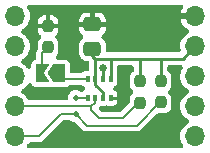
<source format=gtl>
G04 #@! TF.GenerationSoftware,KiCad,Pcbnew,6.0.11*
G04 #@! TF.CreationDate,2025-02-19T14:46:05+01:00*
G04 #@! TF.ProjectId,SPL06,53504c30-362e-46b6-9963-61645f706362,rev?*
G04 #@! TF.SameCoordinates,Original*
G04 #@! TF.FileFunction,Copper,L1,Top*
G04 #@! TF.FilePolarity,Positive*
%FSLAX46Y46*%
G04 Gerber Fmt 4.6, Leading zero omitted, Abs format (unit mm)*
G04 Created by KiCad (PCBNEW 6.0.11) date 2025-02-19 14:46:05*
%MOMM*%
%LPD*%
G01*
G04 APERTURE LIST*
G04 Aperture macros list*
%AMRoundRect*
0 Rectangle with rounded corners*
0 $1 Rounding radius*
0 $2 $3 $4 $5 $6 $7 $8 $9 X,Y pos of 4 corners*
0 Add a 4 corners polygon primitive as box body*
4,1,4,$2,$3,$4,$5,$6,$7,$8,$9,$2,$3,0*
0 Add four circle primitives for the rounded corners*
1,1,$1+$1,$2,$3*
1,1,$1+$1,$4,$5*
1,1,$1+$1,$6,$7*
1,1,$1+$1,$8,$9*
0 Add four rect primitives between the rounded corners*
20,1,$1+$1,$2,$3,$4,$5,0*
20,1,$1+$1,$4,$5,$6,$7,0*
20,1,$1+$1,$6,$7,$8,$9,0*
20,1,$1+$1,$8,$9,$2,$3,0*%
%AMFreePoly0*
4,1,6,1.000000,0.000000,0.500000,-0.750000,-0.500000,-0.750000,-0.500000,0.750000,0.500000,0.750000,1.000000,0.000000,1.000000,0.000000,$1*%
%AMFreePoly1*
4,1,6,0.500000,-0.750000,-0.650000,-0.750000,-0.150000,0.000000,-0.650000,0.750000,0.500000,0.750000,0.500000,-0.750000,0.500000,-0.750000,$1*%
G04 Aperture macros list end*
G04 #@! TA.AperFunction,SMDPad,CuDef*
%ADD10FreePoly0,180.000000*%
G04 #@! TD*
G04 #@! TA.AperFunction,SMDPad,CuDef*
%ADD11FreePoly1,180.000000*%
G04 #@! TD*
G04 #@! TA.AperFunction,SMDPad,CuDef*
%ADD12R,0.350000X0.500000*%
G04 #@! TD*
G04 #@! TA.AperFunction,SMDPad,CuDef*
%ADD13RoundRect,0.250000X0.475000X-0.337500X0.475000X0.337500X-0.475000X0.337500X-0.475000X-0.337500X0*%
G04 #@! TD*
G04 #@! TA.AperFunction,SMDPad,CuDef*
%ADD14RoundRect,0.237500X0.237500X-0.250000X0.237500X0.250000X-0.237500X0.250000X-0.237500X-0.250000X0*%
G04 #@! TD*
G04 #@! TA.AperFunction,SMDPad,CuDef*
%ADD15RoundRect,0.237500X-0.237500X0.250000X-0.237500X-0.250000X0.237500X-0.250000X0.237500X0.250000X0*%
G04 #@! TD*
G04 #@! TA.AperFunction,ComponentPad*
%ADD16O,1.700000X1.700000*%
G04 #@! TD*
G04 #@! TA.AperFunction,ViaPad*
%ADD17C,0.635000*%
G04 #@! TD*
G04 #@! TA.AperFunction,ViaPad*
%ADD18C,0.508000*%
G04 #@! TD*
G04 #@! TA.AperFunction,Conductor*
%ADD19C,0.250000*%
G04 #@! TD*
G04 #@! TA.AperFunction,Conductor*
%ADD20C,0.200000*%
G04 #@! TD*
G04 APERTURE END LIST*
D10*
X135816000Y-81026000D03*
D11*
X134366000Y-81026000D03*
D12*
X140170000Y-83100000D03*
X139520000Y-83100000D03*
X138870000Y-83100000D03*
X138220000Y-83100000D03*
X138220000Y-81500000D03*
X138870000Y-81500000D03*
X139520000Y-81500000D03*
X140170000Y-81500000D03*
D13*
X138630000Y-78957500D03*
X138630000Y-76882500D03*
D14*
X134874000Y-78830000D03*
X134874000Y-77005000D03*
D15*
X144450000Y-81667500D03*
X144450000Y-83492500D03*
X142662500Y-81680000D03*
X142662500Y-83505000D03*
D16*
X147320000Y-76200000D03*
X147320000Y-78740000D03*
X147320000Y-81280000D03*
X147320000Y-83820000D03*
X147320000Y-86360000D03*
X132080000Y-86360000D03*
X132080000Y-83820000D03*
X132080000Y-81280000D03*
X132080000Y-78740000D03*
X132080000Y-76200000D03*
D17*
X139520000Y-80532500D03*
X140208000Y-76860000D03*
X136470000Y-85852000D03*
X135128000Y-82677000D03*
X145897600Y-82550000D03*
X141260000Y-83100000D03*
X144272000Y-85344000D03*
D18*
X137210000Y-84502500D03*
X137210000Y-83092500D03*
D19*
X139520000Y-81492500D02*
X139520000Y-80532500D01*
X140170000Y-83100000D02*
X141260000Y-83100000D01*
X138870000Y-79792500D02*
X138850000Y-79772500D01*
X138630000Y-78700000D02*
X138630000Y-79552500D01*
X138870000Y-81972500D02*
X139520000Y-82622500D01*
X139520000Y-83092500D02*
X139520000Y-82622500D01*
X146280000Y-79772500D02*
X142660000Y-79772500D01*
X146280000Y-79772500D02*
X147320000Y-78732500D01*
X138850000Y-79772500D02*
X138630000Y-79552500D01*
X144450000Y-81785000D02*
X144450000Y-79782500D01*
X138870000Y-81492500D02*
X138870000Y-79792500D01*
X142660000Y-81795000D02*
X142660000Y-79772500D01*
X140170000Y-79772500D02*
X138850000Y-79772500D01*
X140170000Y-81492500D02*
X140170000Y-79772500D01*
X142660000Y-79772500D02*
X140170000Y-79772500D01*
X138870000Y-81500000D02*
X138870000Y-81972500D01*
D20*
X138870000Y-83494900D02*
X138870000Y-83092500D01*
X142662500Y-83372500D02*
X141232500Y-84802500D01*
X132080000Y-83812500D02*
X138552400Y-83812500D01*
X139220000Y-84802500D02*
X138552400Y-84134900D01*
X141232500Y-84802500D02*
X139220000Y-84802500D01*
X138552400Y-84134900D02*
X138552400Y-83812500D01*
X138552400Y-83812500D02*
X138870000Y-83494900D01*
X142367500Y-85442500D02*
X138150000Y-85442500D01*
X137210000Y-84502500D02*
X135940000Y-84502500D01*
X144450000Y-83360000D02*
X142367500Y-85442500D01*
X137210000Y-83092500D02*
X138220000Y-83092500D01*
X135940000Y-84502500D02*
X134090000Y-86352500D01*
X134090000Y-86352500D02*
X132080000Y-86352500D01*
X138150000Y-85442500D02*
X137210000Y-84502500D01*
X136290000Y-81500000D02*
X135816000Y-81026000D01*
X138220000Y-81500000D02*
X136290000Y-81500000D01*
X134366000Y-79338000D02*
X134366000Y-81026000D01*
X134874000Y-78830000D02*
X134366000Y-79338000D01*
G04 #@! TA.AperFunction,Conductor*
G36*
X146185093Y-80317707D02*
G01*
X146254334Y-80372926D01*
X146292761Y-80452718D01*
X146292761Y-80541282D01*
X146261763Y-80611138D01*
X146232898Y-80652362D01*
X146140425Y-80850670D01*
X146138175Y-80859067D01*
X146091266Y-81034135D01*
X146083793Y-81062023D01*
X146083036Y-81070672D01*
X146083036Y-81070674D01*
X146070780Y-81210763D01*
X146064723Y-81280000D01*
X146083793Y-81497977D01*
X146140425Y-81709330D01*
X146232898Y-81907638D01*
X146237882Y-81914756D01*
X146237885Y-81914761D01*
X146353416Y-82079757D01*
X146353419Y-82079761D01*
X146358402Y-82086877D01*
X146513123Y-82241598D01*
X146692361Y-82367102D01*
X146700240Y-82370776D01*
X146707759Y-82375117D01*
X146706859Y-82376676D01*
X146767735Y-82423990D01*
X146807156Y-82503296D01*
X146808263Y-82591853D01*
X146770838Y-82672120D01*
X146706791Y-82723198D01*
X146707763Y-82724881D01*
X146700239Y-82729225D01*
X146692362Y-82732898D01*
X146685244Y-82737882D01*
X146685239Y-82737885D01*
X146520243Y-82853416D01*
X146520242Y-82853417D01*
X146513123Y-82858402D01*
X146358402Y-83013123D01*
X146353419Y-83020239D01*
X146353416Y-83020243D01*
X146237885Y-83185239D01*
X146237882Y-83185244D01*
X146232898Y-83192362D01*
X146140425Y-83390670D01*
X146138175Y-83399067D01*
X146087459Y-83588342D01*
X146083793Y-83602023D01*
X146083036Y-83610672D01*
X146083036Y-83610674D01*
X146070954Y-83748776D01*
X146064723Y-83820000D01*
X146065480Y-83828653D01*
X146069970Y-83879970D01*
X146083793Y-84037977D01*
X146086040Y-84046364D01*
X146086041Y-84046368D01*
X146112603Y-84145497D01*
X146140425Y-84249330D01*
X146232898Y-84447638D01*
X146237882Y-84454756D01*
X146237885Y-84454761D01*
X146353416Y-84619757D01*
X146353419Y-84619761D01*
X146358402Y-84626877D01*
X146513123Y-84781598D01*
X146692361Y-84907102D01*
X146700240Y-84910776D01*
X146707759Y-84915117D01*
X146706859Y-84916676D01*
X146767735Y-84963990D01*
X146807156Y-85043296D01*
X146808263Y-85131853D01*
X146770838Y-85212120D01*
X146706791Y-85263198D01*
X146707763Y-85264881D01*
X146700239Y-85269225D01*
X146692362Y-85272898D01*
X146685244Y-85277882D01*
X146685239Y-85277885D01*
X146520243Y-85393416D01*
X146520242Y-85393417D01*
X146513123Y-85398402D01*
X146358402Y-85553123D01*
X146353419Y-85560239D01*
X146353416Y-85560243D01*
X146237885Y-85725239D01*
X146237882Y-85725244D01*
X146232898Y-85732362D01*
X146140425Y-85930670D01*
X146138175Y-85939067D01*
X146136414Y-85945641D01*
X146083793Y-86142023D01*
X146064723Y-86360000D01*
X146083793Y-86577977D01*
X146086040Y-86586364D01*
X146086041Y-86586368D01*
X146135039Y-86769231D01*
X146140425Y-86789330D01*
X146232898Y-86987638D01*
X146274016Y-87046361D01*
X146307396Y-87128390D01*
X146301880Y-87216781D01*
X146258558Y-87294025D01*
X146186011Y-87344823D01*
X146111004Y-87359500D01*
X133288996Y-87359500D01*
X133202653Y-87339793D01*
X133133412Y-87284574D01*
X133094985Y-87204782D01*
X133094985Y-87116218D01*
X133125983Y-87046362D01*
X133167102Y-86987638D01*
X133176307Y-86967899D01*
X133230654Y-86897977D01*
X133309961Y-86858557D01*
X133356661Y-86853000D01*
X134022780Y-86853000D01*
X134036294Y-86853543D01*
X134049447Y-86856519D01*
X134063598Y-86855641D01*
X134100007Y-86853382D01*
X134112330Y-86853000D01*
X134125940Y-86853000D01*
X134133158Y-86851966D01*
X134149035Y-86850340D01*
X134178388Y-86848519D01*
X134178389Y-86848519D01*
X134192538Y-86847641D01*
X134205871Y-86842828D01*
X134211934Y-86841572D01*
X134217880Y-86839833D01*
X134231918Y-86837823D01*
X134271612Y-86819775D01*
X134286390Y-86813760D01*
X134314050Y-86803775D01*
X134314052Y-86803774D01*
X134327387Y-86798960D01*
X134338835Y-86790596D01*
X134344313Y-86787684D01*
X134349524Y-86784351D01*
X134362428Y-86778484D01*
X134395453Y-86750027D01*
X134407959Y-86740098D01*
X134416336Y-86733978D01*
X134425165Y-86725149D01*
X134435980Y-86715108D01*
X134460293Y-86694159D01*
X134460298Y-86694154D01*
X134471037Y-86684900D01*
X134478750Y-86673001D01*
X134484116Y-86666849D01*
X134493363Y-86656951D01*
X136089028Y-85061286D01*
X136164016Y-85014167D01*
X136229742Y-85003000D01*
X136715106Y-85003000D01*
X136801449Y-85022707D01*
X136823409Y-85035672D01*
X136828076Y-85039919D01*
X136967293Y-85115508D01*
X136978897Y-85118552D01*
X136978899Y-85118553D01*
X136998873Y-85123793D01*
X137115679Y-85154436D01*
X137194194Y-85195408D01*
X137205894Y-85206208D01*
X137748560Y-85748874D01*
X137757735Y-85758816D01*
X137764930Y-85770220D01*
X137775554Y-85779602D01*
X137775555Y-85779604D01*
X137802906Y-85803759D01*
X137811889Y-85812203D01*
X137821507Y-85821821D01*
X137827175Y-85826069D01*
X137827176Y-85826070D01*
X137827339Y-85826192D01*
X137839721Y-85836273D01*
X137857529Y-85852000D01*
X137872388Y-85865123D01*
X137885217Y-85871147D01*
X137890401Y-85874552D01*
X137895831Y-85877525D01*
X137907176Y-85886027D01*
X137948000Y-85901331D01*
X137962714Y-85907531D01*
X138002163Y-85926053D01*
X138016173Y-85928234D01*
X138022099Y-85930046D01*
X138028144Y-85931375D01*
X138041420Y-85936352D01*
X138055557Y-85937403D01*
X138055559Y-85937403D01*
X138084895Y-85939583D01*
X138100754Y-85941404D01*
X138103414Y-85941818D01*
X138103418Y-85941818D01*
X138111009Y-85943000D01*
X138123499Y-85943000D01*
X138138246Y-85943547D01*
X138184392Y-85946976D01*
X138198258Y-85944016D01*
X138206400Y-85943461D01*
X138219937Y-85943000D01*
X142300280Y-85943000D01*
X142313794Y-85943543D01*
X142326947Y-85946519D01*
X142341098Y-85945641D01*
X142377507Y-85943382D01*
X142389830Y-85943000D01*
X142403440Y-85943000D01*
X142410658Y-85941966D01*
X142426535Y-85940340D01*
X142455888Y-85938519D01*
X142455889Y-85938519D01*
X142470038Y-85937641D01*
X142483371Y-85932828D01*
X142489434Y-85931572D01*
X142495380Y-85929833D01*
X142509418Y-85927823D01*
X142549112Y-85909775D01*
X142563890Y-85903760D01*
X142591550Y-85893775D01*
X142591552Y-85893774D01*
X142604887Y-85888960D01*
X142616335Y-85880596D01*
X142621813Y-85877684D01*
X142627024Y-85874351D01*
X142639928Y-85868484D01*
X142672953Y-85840027D01*
X142685459Y-85830098D01*
X142693836Y-85823978D01*
X142702665Y-85815149D01*
X142713480Y-85805108D01*
X142737793Y-85784159D01*
X142737798Y-85784154D01*
X142748537Y-85774900D01*
X142756250Y-85763001D01*
X142761616Y-85756849D01*
X142770863Y-85746951D01*
X144079028Y-84438786D01*
X144154016Y-84391667D01*
X144219742Y-84380500D01*
X144720659Y-84380499D01*
X144751934Y-84380499D01*
X144755836Y-84380192D01*
X144755837Y-84380192D01*
X144757828Y-84380035D01*
X144788098Y-84377654D01*
X144855826Y-84357977D01*
X144930869Y-84336175D01*
X144930872Y-84336174D01*
X144942894Y-84332681D01*
X144953669Y-84326309D01*
X144953673Y-84326307D01*
X145070865Y-84257000D01*
X145081643Y-84250626D01*
X145195626Y-84136643D01*
X145249014Y-84046368D01*
X145271307Y-84008673D01*
X145271309Y-84008669D01*
X145277681Y-83997894D01*
X145291184Y-83951419D01*
X145319818Y-83852860D01*
X145319818Y-83852859D01*
X145322654Y-83843098D01*
X145325500Y-83806935D01*
X145325499Y-83178066D01*
X145322654Y-83141902D01*
X145313245Y-83109515D01*
X145281175Y-82999131D01*
X145281174Y-82999128D01*
X145277681Y-82987106D01*
X145271309Y-82976331D01*
X145271307Y-82976327D01*
X145202000Y-82859135D01*
X145195626Y-82848357D01*
X145081643Y-82734374D01*
X145079284Y-82732979D01*
X145026632Y-82668747D01*
X145005765Y-82582677D01*
X145024309Y-82496077D01*
X145079464Y-82426915D01*
X145081643Y-82425626D01*
X145195626Y-82311643D01*
X145209157Y-82288763D01*
X145271307Y-82183673D01*
X145271309Y-82183669D01*
X145277681Y-82172894D01*
X145284188Y-82150499D01*
X145319818Y-82027860D01*
X145319818Y-82027859D01*
X145322654Y-82018098D01*
X145324516Y-81994434D01*
X145325194Y-81985828D01*
X145325194Y-81985818D01*
X145325500Y-81981935D01*
X145325499Y-81353066D01*
X145322654Y-81316902D01*
X145294060Y-81218481D01*
X145281175Y-81174131D01*
X145281174Y-81174128D01*
X145277681Y-81162106D01*
X145271309Y-81151331D01*
X145271307Y-81151327D01*
X145202000Y-81034135D01*
X145195626Y-81023357D01*
X145081643Y-80909374D01*
X145070865Y-80903000D01*
X145060973Y-80895327D01*
X145062105Y-80893868D01*
X145008914Y-80843467D01*
X144977423Y-80760691D01*
X144975500Y-80733094D01*
X144975500Y-80497000D01*
X144995207Y-80410657D01*
X145050426Y-80341416D01*
X145130218Y-80302989D01*
X145174500Y-80298000D01*
X146098750Y-80298000D01*
X146185093Y-80317707D01*
G37*
G04 #@! TD.AperFunction*
G04 #@! TA.AperFunction,Conductor*
G36*
X142021843Y-80317707D02*
G01*
X142091084Y-80372926D01*
X142129511Y-80452718D01*
X142134500Y-80497000D01*
X142134500Y-80747072D01*
X142114793Y-80833415D01*
X142059574Y-80902656D01*
X142047144Y-80911226D01*
X142041632Y-80915501D01*
X142030857Y-80921874D01*
X141916874Y-81035857D01*
X141910500Y-81046635D01*
X141841193Y-81163827D01*
X141841191Y-81163831D01*
X141834819Y-81174606D01*
X141831326Y-81186628D01*
X141831325Y-81186631D01*
X141792682Y-81319640D01*
X141789846Y-81329402D01*
X141789049Y-81339533D01*
X141787676Y-81356981D01*
X141787000Y-81365565D01*
X141787001Y-81994434D01*
X141789846Y-82030598D01*
X141792683Y-82040363D01*
X141829877Y-82168383D01*
X141834819Y-82185394D01*
X141841191Y-82196169D01*
X141841193Y-82196173D01*
X141900529Y-82296505D01*
X141916874Y-82324143D01*
X142030857Y-82438126D01*
X142033216Y-82439521D01*
X142085868Y-82503753D01*
X142106735Y-82589823D01*
X142088191Y-82676423D01*
X142033036Y-82745585D01*
X142030857Y-82746874D01*
X141916874Y-82860857D01*
X141910500Y-82871635D01*
X141841193Y-82988827D01*
X141841191Y-82988831D01*
X141834819Y-82999606D01*
X141831326Y-83011628D01*
X141831325Y-83011631D01*
X141792682Y-83144640D01*
X141789846Y-83154402D01*
X141789049Y-83164533D01*
X141787676Y-83181981D01*
X141787000Y-83190565D01*
X141787000Y-83194475D01*
X141787001Y-83457757D01*
X141767294Y-83544100D01*
X141728715Y-83598472D01*
X141083472Y-84243714D01*
X141008483Y-84290833D01*
X140942758Y-84302000D01*
X139509742Y-84302000D01*
X139423399Y-84282293D01*
X139369028Y-84243714D01*
X139239728Y-84114414D01*
X139192609Y-84039426D01*
X139182693Y-83951419D01*
X139211944Y-83867826D01*
X139239728Y-83832986D01*
X139249320Y-83823394D01*
X139252713Y-83818867D01*
X139323800Y-83766810D01*
X139402699Y-83750500D01*
X139693260Y-83750499D01*
X139726518Y-83750499D01*
X139734231Y-83749277D01*
X139734237Y-83749277D01*
X139815467Y-83736412D01*
X139877724Y-83736412D01*
X139955789Y-83748776D01*
X139971343Y-83750000D01*
X140368666Y-83749999D01*
X140384201Y-83748776D01*
X140454675Y-83737615D01*
X140484105Y-83728053D01*
X140569091Y-83684751D01*
X140594119Y-83666567D01*
X140661567Y-83599119D01*
X140679751Y-83574091D01*
X140723054Y-83489104D01*
X140732615Y-83459679D01*
X140743776Y-83389209D01*
X140745000Y-83373657D01*
X140744999Y-82826334D01*
X140743776Y-82810799D01*
X140732615Y-82740325D01*
X140723053Y-82710895D01*
X140679751Y-82625909D01*
X140661567Y-82600881D01*
X140594119Y-82533433D01*
X140569091Y-82515249D01*
X140495181Y-82477590D01*
X140427196Y-82420832D01*
X140390570Y-82340197D01*
X140392557Y-82251656D01*
X140432764Y-82172746D01*
X140495176Y-82122973D01*
X140583342Y-82078050D01*
X140673050Y-81988342D01*
X140730646Y-81875304D01*
X140745500Y-81781519D01*
X140745499Y-81218482D01*
X140740455Y-81186631D01*
X140733097Y-81140169D01*
X140733096Y-81140166D01*
X140730646Y-81124696D01*
X140717190Y-81098287D01*
X140695500Y-81007943D01*
X140695500Y-80497000D01*
X140715207Y-80410657D01*
X140770426Y-80341416D01*
X140850218Y-80302989D01*
X140894500Y-80298000D01*
X141935500Y-80298000D01*
X142021843Y-80317707D01*
G37*
G04 #@! TD.AperFunction*
G04 #@! TA.AperFunction,Conductor*
G36*
X133398337Y-81847141D02*
G01*
X133470884Y-81897938D01*
X133500640Y-81941118D01*
X133537950Y-82014342D01*
X133627658Y-82104050D01*
X133740696Y-82161646D01*
X133866000Y-82181492D01*
X135016000Y-82181492D01*
X135022740Y-82180563D01*
X135022745Y-82180563D01*
X135111143Y-82168383D01*
X135125659Y-82166383D01*
X135125802Y-82167422D01*
X135198152Y-82162827D01*
X135232872Y-82168326D01*
X135316000Y-82181492D01*
X136316000Y-82181492D01*
X136441304Y-82161646D01*
X136554342Y-82104050D01*
X136599606Y-82058786D01*
X136674594Y-82011667D01*
X136740320Y-82000500D01*
X137646680Y-82000500D01*
X137733023Y-82020207D01*
X137787394Y-82058786D01*
X137806658Y-82078050D01*
X137820612Y-82085160D01*
X137894269Y-82122690D01*
X137962254Y-82179448D01*
X137998880Y-82260083D01*
X137996893Y-82348624D01*
X137956686Y-82427534D01*
X137894270Y-82477309D01*
X137806658Y-82521950D01*
X137795580Y-82533028D01*
X137793357Y-82534643D01*
X137711921Y-82569452D01*
X137623447Y-82565479D01*
X137583268Y-82549519D01*
X137456882Y-82482600D01*
X137456877Y-82482598D01*
X137446274Y-82476984D01*
X137292633Y-82438392D01*
X137280638Y-82438329D01*
X137280637Y-82438329D01*
X137205379Y-82437935D01*
X137134221Y-82437562D01*
X136980184Y-82474543D01*
X136969523Y-82480046D01*
X136969522Y-82480046D01*
X136902112Y-82514839D01*
X136839414Y-82547200D01*
X136830378Y-82555083D01*
X136830376Y-82555084D01*
X136773730Y-82604500D01*
X136720039Y-82651338D01*
X136713141Y-82661153D01*
X136713140Y-82661154D01*
X136635846Y-82771131D01*
X136635844Y-82771135D01*
X136628950Y-82780944D01*
X136617310Y-82810799D01*
X136575762Y-82917363D01*
X136575761Y-82917367D01*
X136571406Y-82928537D01*
X136563695Y-82987106D01*
X136553144Y-83067253D01*
X136550729Y-83085596D01*
X136552045Y-83097518D01*
X136551920Y-83109515D01*
X136549235Y-83109487D01*
X136541237Y-83179130D01*
X136493957Y-83254017D01*
X136418867Y-83300974D01*
X136353546Y-83312000D01*
X133349667Y-83312000D01*
X133263324Y-83292293D01*
X133194083Y-83237074D01*
X133175708Y-83207423D01*
X133175119Y-83207763D01*
X133170775Y-83200239D01*
X133167102Y-83192362D01*
X133162118Y-83185244D01*
X133162115Y-83185239D01*
X133046584Y-83020243D01*
X133046581Y-83020239D01*
X133041598Y-83013123D01*
X132886877Y-82858402D01*
X132760429Y-82769862D01*
X132714760Y-82737884D01*
X132714758Y-82737883D01*
X132707639Y-82732898D01*
X132699760Y-82729224D01*
X132692241Y-82724883D01*
X132693140Y-82723325D01*
X132632257Y-82675999D01*
X132592842Y-82596690D01*
X132591741Y-82508134D01*
X132629172Y-82427869D01*
X132693212Y-82376799D01*
X132692241Y-82375117D01*
X132699760Y-82370776D01*
X132707639Y-82367102D01*
X132886877Y-82241598D01*
X133041598Y-82086877D01*
X133160323Y-81917319D01*
X133225986Y-81857898D01*
X133310934Y-81832851D01*
X133398337Y-81847141D01*
G37*
G04 #@! TD.AperFunction*
G04 #@! TA.AperFunction,Conductor*
G36*
X146197957Y-75220207D02*
G01*
X146267198Y-75275426D01*
X146305625Y-75355218D01*
X146305625Y-75443782D01*
X146274625Y-75513642D01*
X146238319Y-75565492D01*
X146229659Y-75580493D01*
X146144571Y-75762964D01*
X146138647Y-75779239D01*
X146098696Y-75928341D01*
X146098063Y-75945253D01*
X146117202Y-75950000D01*
X147371000Y-75950000D01*
X147457343Y-75969707D01*
X147526584Y-76024926D01*
X147565011Y-76104718D01*
X147570000Y-76149000D01*
X147570000Y-76251000D01*
X147550293Y-76337343D01*
X147495074Y-76406584D01*
X147415282Y-76445011D01*
X147371000Y-76450000D01*
X146115315Y-76450000D01*
X146098815Y-76453766D01*
X146099183Y-76473480D01*
X146138647Y-76620761D01*
X146144571Y-76637036D01*
X146229659Y-76819507D01*
X146238319Y-76834508D01*
X146353802Y-76999434D01*
X146364934Y-77012701D01*
X146507299Y-77155066D01*
X146520566Y-77166198D01*
X146685491Y-77281681D01*
X146708010Y-77294682D01*
X146707152Y-77296168D01*
X146768327Y-77343714D01*
X146807748Y-77423020D01*
X146808855Y-77511577D01*
X146771430Y-77591844D01*
X146706869Y-77643332D01*
X146707763Y-77644881D01*
X146700239Y-77649225D01*
X146692362Y-77652898D01*
X146685244Y-77657882D01*
X146685239Y-77657885D01*
X146520243Y-77773416D01*
X146520242Y-77773417D01*
X146513123Y-77778402D01*
X146358402Y-77933123D01*
X146353419Y-77940239D01*
X146353416Y-77940243D01*
X146237885Y-78105239D01*
X146237882Y-78105244D01*
X146232898Y-78112362D01*
X146140425Y-78310670D01*
X146138175Y-78319067D01*
X146086567Y-78511672D01*
X146083793Y-78522023D01*
X146083036Y-78530672D01*
X146083036Y-78530674D01*
X146065480Y-78731347D01*
X146064723Y-78740000D01*
X146083793Y-78957977D01*
X146086042Y-78966368D01*
X146094114Y-78996494D01*
X146097426Y-79084996D01*
X146062010Y-79166170D01*
X145994882Y-79223939D01*
X145901895Y-79247000D01*
X142687024Y-79247000D01*
X142672451Y-79246466D01*
X142640219Y-79244099D01*
X142640217Y-79244099D01*
X142626693Y-79243106D01*
X142613397Y-79245787D01*
X142600365Y-79246607D01*
X142587868Y-79247000D01*
X140197024Y-79247000D01*
X140182451Y-79246466D01*
X140150219Y-79244099D01*
X140150217Y-79244099D01*
X140136693Y-79243106D01*
X140123397Y-79245787D01*
X140110365Y-79246607D01*
X140097868Y-79247000D01*
X139954500Y-79247000D01*
X139868157Y-79227293D01*
X139798916Y-79172074D01*
X139760489Y-79092282D01*
X139755500Y-79048000D01*
X139755500Y-78554306D01*
X139752598Y-78517431D01*
X139744493Y-78489533D01*
X139710238Y-78371627D01*
X139710237Y-78371624D01*
X139706744Y-78359602D01*
X139623081Y-78218135D01*
X139506865Y-78101919D01*
X139488400Y-78090999D01*
X139424112Y-78030085D01*
X139392620Y-77947310D01*
X139400162Y-77859068D01*
X139445243Y-77782837D01*
X139488395Y-77748424D01*
X139495775Y-77744059D01*
X139515412Y-77728827D01*
X139613827Y-77630412D01*
X139629057Y-77610778D01*
X139699910Y-77490973D01*
X139709775Y-77468174D01*
X139749263Y-77332256D01*
X139752897Y-77312358D01*
X139754694Y-77289535D01*
X139755000Y-77281732D01*
X139755000Y-77104923D01*
X139750670Y-77085953D01*
X139743500Y-77082500D01*
X137527423Y-77082500D01*
X137508453Y-77086830D01*
X137505000Y-77094000D01*
X137505000Y-77281732D01*
X137505306Y-77289535D01*
X137507103Y-77312358D01*
X137510737Y-77332256D01*
X137550225Y-77468174D01*
X137560090Y-77490973D01*
X137630943Y-77610778D01*
X137646173Y-77630412D01*
X137744588Y-77728827D01*
X137764225Y-77744059D01*
X137771605Y-77748424D01*
X137835891Y-77809340D01*
X137867381Y-77892116D01*
X137859836Y-77980357D01*
X137814753Y-78056587D01*
X137771601Y-78090999D01*
X137753135Y-78101919D01*
X137636919Y-78218135D01*
X137553256Y-78359602D01*
X137549763Y-78371624D01*
X137549762Y-78371627D01*
X137515507Y-78489533D01*
X137507402Y-78517431D01*
X137504500Y-78554306D01*
X137504500Y-79360694D01*
X137504806Y-79364578D01*
X137504806Y-79364587D01*
X137505607Y-79374761D01*
X137507402Y-79397569D01*
X137510238Y-79407330D01*
X137510238Y-79407331D01*
X137548712Y-79539757D01*
X137553256Y-79555398D01*
X137636919Y-79696865D01*
X137753135Y-79813081D01*
X137894602Y-79896744D01*
X137906624Y-79900237D01*
X137906627Y-79900238D01*
X138042669Y-79939762D01*
X138042670Y-79939762D01*
X138052431Y-79942598D01*
X138072614Y-79944186D01*
X138085413Y-79945194D01*
X138085422Y-79945194D01*
X138089306Y-79945500D01*
X138145500Y-79945500D01*
X138231843Y-79965207D01*
X138301084Y-80020426D01*
X138339511Y-80100218D01*
X138344500Y-80144500D01*
X138344500Y-80650501D01*
X138324793Y-80736844D01*
X138269574Y-80806085D01*
X138189782Y-80844512D01*
X138145504Y-80849501D01*
X138013482Y-80849501D01*
X137976296Y-80855390D01*
X137935169Y-80861903D01*
X137935166Y-80861904D01*
X137919696Y-80864354D01*
X137905740Y-80871465D01*
X137905737Y-80871466D01*
X137827705Y-80911226D01*
X137806658Y-80921950D01*
X137787394Y-80941214D01*
X137712406Y-80988333D01*
X137646680Y-80999500D01*
X136920492Y-80999500D01*
X136834149Y-80979793D01*
X136764908Y-80924574D01*
X136726481Y-80844782D01*
X136721492Y-80800500D01*
X136721492Y-80276000D01*
X136701646Y-80150696D01*
X136644050Y-80037658D01*
X136554342Y-79947950D01*
X136441304Y-79890354D01*
X136316000Y-79870508D01*
X135703689Y-79870508D01*
X135617346Y-79850801D01*
X135548105Y-79795582D01*
X135509678Y-79715790D01*
X135509678Y-79627226D01*
X135548105Y-79547434D01*
X135562975Y-79530794D01*
X135619626Y-79474143D01*
X135659138Y-79407331D01*
X135695307Y-79346173D01*
X135695309Y-79346169D01*
X135701681Y-79335394D01*
X135706478Y-79318885D01*
X135743818Y-79190360D01*
X135743818Y-79190359D01*
X135746654Y-79180598D01*
X135748227Y-79160610D01*
X135749194Y-79148328D01*
X135749194Y-79148318D01*
X135749500Y-79144435D01*
X135749499Y-78515566D01*
X135746654Y-78479402D01*
X135715342Y-78371627D01*
X135705175Y-78336631D01*
X135705174Y-78336628D01*
X135701681Y-78324606D01*
X135695309Y-78313831D01*
X135695307Y-78313827D01*
X135626000Y-78196635D01*
X135619626Y-78185857D01*
X135505643Y-78071874D01*
X135502994Y-78070307D01*
X135450220Y-78005927D01*
X135429354Y-77919857D01*
X135447898Y-77833257D01*
X135506367Y-77759941D01*
X135514186Y-77753876D01*
X135610372Y-77657690D01*
X135625602Y-77638056D01*
X135694847Y-77520969D01*
X135704712Y-77498170D01*
X135743319Y-77365285D01*
X135746953Y-77345387D01*
X135748694Y-77323276D01*
X135749000Y-77315473D01*
X135749000Y-77227423D01*
X135744670Y-77208453D01*
X135737500Y-77205000D01*
X134021424Y-77205000D01*
X134002454Y-77209330D01*
X133999001Y-77216500D01*
X133999001Y-77315467D01*
X133999308Y-77323285D01*
X134001046Y-77345383D01*
X134004681Y-77365287D01*
X134043288Y-77498170D01*
X134053153Y-77520969D01*
X134122398Y-77638056D01*
X134137628Y-77657690D01*
X134233814Y-77753876D01*
X134241633Y-77759941D01*
X134297779Y-77828433D01*
X134318646Y-77914503D01*
X134300103Y-78001103D01*
X134244833Y-78070410D01*
X134242357Y-78071874D01*
X134128374Y-78185857D01*
X134122000Y-78196635D01*
X134052693Y-78313827D01*
X134052691Y-78313831D01*
X134046319Y-78324606D01*
X134042826Y-78336628D01*
X134042825Y-78336631D01*
X134032658Y-78371627D01*
X134001346Y-78479402D01*
X133998500Y-78515565D01*
X133998501Y-78748653D01*
X133998501Y-78922677D01*
X133978794Y-79009019D01*
X133959894Y-79037487D01*
X133960544Y-79037914D01*
X133952761Y-79049763D01*
X133943377Y-79060388D01*
X133937352Y-79073220D01*
X133933953Y-79078395D01*
X133930978Y-79083829D01*
X133922474Y-79095176D01*
X133907166Y-79136009D01*
X133900983Y-79150682D01*
X133882447Y-79190163D01*
X133880265Y-79204176D01*
X133878454Y-79210101D01*
X133877125Y-79216144D01*
X133872148Y-79229420D01*
X133871097Y-79243557D01*
X133871097Y-79243559D01*
X133868917Y-79272895D01*
X133867096Y-79288754D01*
X133865500Y-79299009D01*
X133865500Y-79311499D01*
X133864953Y-79326246D01*
X133861524Y-79372392D01*
X133864484Y-79386258D01*
X133865039Y-79394400D01*
X133865500Y-79407937D01*
X133865500Y-79707797D01*
X133845793Y-79794140D01*
X133790574Y-79863381D01*
X133740643Y-79890251D01*
X133740696Y-79890354D01*
X133736103Y-79892694D01*
X133736094Y-79892699D01*
X133726742Y-79897464D01*
X133726739Y-79897465D01*
X133643728Y-79939762D01*
X133627658Y-79947950D01*
X133537950Y-80037658D01*
X133480354Y-80150696D01*
X133460508Y-80276000D01*
X133460508Y-80440243D01*
X133440801Y-80526586D01*
X133385582Y-80595827D01*
X133305790Y-80634254D01*
X133217226Y-80634254D01*
X133137434Y-80595827D01*
X133098501Y-80554390D01*
X133041598Y-80473123D01*
X132886877Y-80318402D01*
X132707639Y-80192898D01*
X132699760Y-80189224D01*
X132692241Y-80184883D01*
X132693140Y-80183325D01*
X132632257Y-80135999D01*
X132592842Y-80056690D01*
X132591741Y-79968134D01*
X132629172Y-79887869D01*
X132693212Y-79836799D01*
X132692241Y-79835117D01*
X132699760Y-79830776D01*
X132707639Y-79827102D01*
X132886877Y-79701598D01*
X133041598Y-79546877D01*
X133046581Y-79539761D01*
X133046584Y-79539757D01*
X133162115Y-79374761D01*
X133162118Y-79374756D01*
X133167102Y-79367638D01*
X133259575Y-79169330D01*
X133261825Y-79160933D01*
X133313959Y-78966368D01*
X133313960Y-78966364D01*
X133316207Y-78957977D01*
X133335277Y-78740000D01*
X133334520Y-78731347D01*
X133316964Y-78530674D01*
X133316964Y-78530672D01*
X133316207Y-78522023D01*
X133313434Y-78511672D01*
X133261825Y-78319067D01*
X133259575Y-78310670D01*
X133167102Y-78112362D01*
X133162118Y-78105244D01*
X133162115Y-78105239D01*
X133046584Y-77940243D01*
X133046581Y-77940239D01*
X133041598Y-77933123D01*
X132886877Y-77778402D01*
X132707639Y-77652898D01*
X132699760Y-77649224D01*
X132692241Y-77644883D01*
X132693140Y-77643325D01*
X132632257Y-77595999D01*
X132592842Y-77516690D01*
X132591741Y-77428134D01*
X132629172Y-77347869D01*
X132693212Y-77296799D01*
X132692241Y-77295117D01*
X132699760Y-77290776D01*
X132707639Y-77287102D01*
X132886877Y-77161598D01*
X133041598Y-77006877D01*
X133046581Y-76999761D01*
X133046584Y-76999757D01*
X133162115Y-76834761D01*
X133162118Y-76834756D01*
X133167102Y-76827638D01*
X133188114Y-76782577D01*
X133999000Y-76782577D01*
X134003330Y-76801547D01*
X134010500Y-76805000D01*
X134651577Y-76805000D01*
X134670547Y-76800670D01*
X134674000Y-76793500D01*
X134674000Y-76782577D01*
X135074000Y-76782577D01*
X135078330Y-76801547D01*
X135085500Y-76805000D01*
X135726576Y-76805000D01*
X135745546Y-76800670D01*
X135748999Y-76793500D01*
X135748999Y-76694533D01*
X135748692Y-76686715D01*
X135746954Y-76664617D01*
X135746125Y-76660077D01*
X137505000Y-76660077D01*
X137509330Y-76679047D01*
X137516500Y-76682500D01*
X138407577Y-76682500D01*
X138426547Y-76678170D01*
X138430000Y-76671000D01*
X138430000Y-76660077D01*
X138830000Y-76660077D01*
X138834330Y-76679047D01*
X138841500Y-76682500D01*
X139732577Y-76682500D01*
X139751547Y-76678170D01*
X139755000Y-76671000D01*
X139755000Y-76483268D01*
X139754694Y-76475465D01*
X139752897Y-76452642D01*
X139749263Y-76432744D01*
X139709775Y-76296826D01*
X139699910Y-76274027D01*
X139629057Y-76154222D01*
X139613827Y-76134588D01*
X139515412Y-76036173D01*
X139495778Y-76020943D01*
X139375973Y-75950090D01*
X139353174Y-75940225D01*
X139217256Y-75900737D01*
X139197358Y-75897103D01*
X139174535Y-75895306D01*
X139166732Y-75895000D01*
X138852423Y-75895000D01*
X138833453Y-75899330D01*
X138830000Y-75906500D01*
X138830000Y-76660077D01*
X138430000Y-76660077D01*
X138430000Y-75917423D01*
X138425670Y-75898453D01*
X138418500Y-75895000D01*
X138093268Y-75895000D01*
X138085465Y-75895306D01*
X138062642Y-75897103D01*
X138042744Y-75900737D01*
X137906826Y-75940225D01*
X137884027Y-75950090D01*
X137764222Y-76020943D01*
X137744588Y-76036173D01*
X137646173Y-76134588D01*
X137630943Y-76154222D01*
X137560090Y-76274027D01*
X137550225Y-76296826D01*
X137510737Y-76432744D01*
X137507103Y-76452642D01*
X137505306Y-76475465D01*
X137505000Y-76483268D01*
X137505000Y-76660077D01*
X135746125Y-76660077D01*
X135743319Y-76644713D01*
X135704712Y-76511830D01*
X135694847Y-76489031D01*
X135625602Y-76371944D01*
X135610372Y-76352310D01*
X135514190Y-76256128D01*
X135494556Y-76240898D01*
X135377469Y-76171653D01*
X135354670Y-76161788D01*
X135221785Y-76123181D01*
X135201887Y-76119547D01*
X135179776Y-76117806D01*
X135171973Y-76117500D01*
X135096423Y-76117500D01*
X135077453Y-76121830D01*
X135074000Y-76129000D01*
X135074000Y-76782577D01*
X134674000Y-76782577D01*
X134674000Y-76139924D01*
X134669670Y-76120954D01*
X134662500Y-76117501D01*
X134576033Y-76117501D01*
X134568215Y-76117808D01*
X134546117Y-76119546D01*
X134526213Y-76123181D01*
X134393330Y-76161788D01*
X134370531Y-76171653D01*
X134253444Y-76240898D01*
X134233810Y-76256128D01*
X134137628Y-76352310D01*
X134122398Y-76371944D01*
X134053153Y-76489031D01*
X134043288Y-76511830D01*
X134004681Y-76644715D01*
X134001047Y-76664613D01*
X133999306Y-76686724D01*
X133999000Y-76694527D01*
X133999000Y-76782577D01*
X133188114Y-76782577D01*
X133259575Y-76629330D01*
X133297168Y-76489031D01*
X133313959Y-76426368D01*
X133313960Y-76426364D01*
X133316207Y-76417977D01*
X133335277Y-76200000D01*
X133329554Y-76134588D01*
X133316964Y-75990674D01*
X133316964Y-75990672D01*
X133316207Y-75982023D01*
X133307627Y-75950000D01*
X133261825Y-75779067D01*
X133259575Y-75770670D01*
X133167102Y-75572362D01*
X133125984Y-75513639D01*
X133092604Y-75431610D01*
X133098120Y-75343219D01*
X133141442Y-75265975D01*
X133213989Y-75215177D01*
X133288996Y-75200500D01*
X146111614Y-75200500D01*
X146197957Y-75220207D01*
G37*
G04 #@! TD.AperFunction*
M02*

</source>
